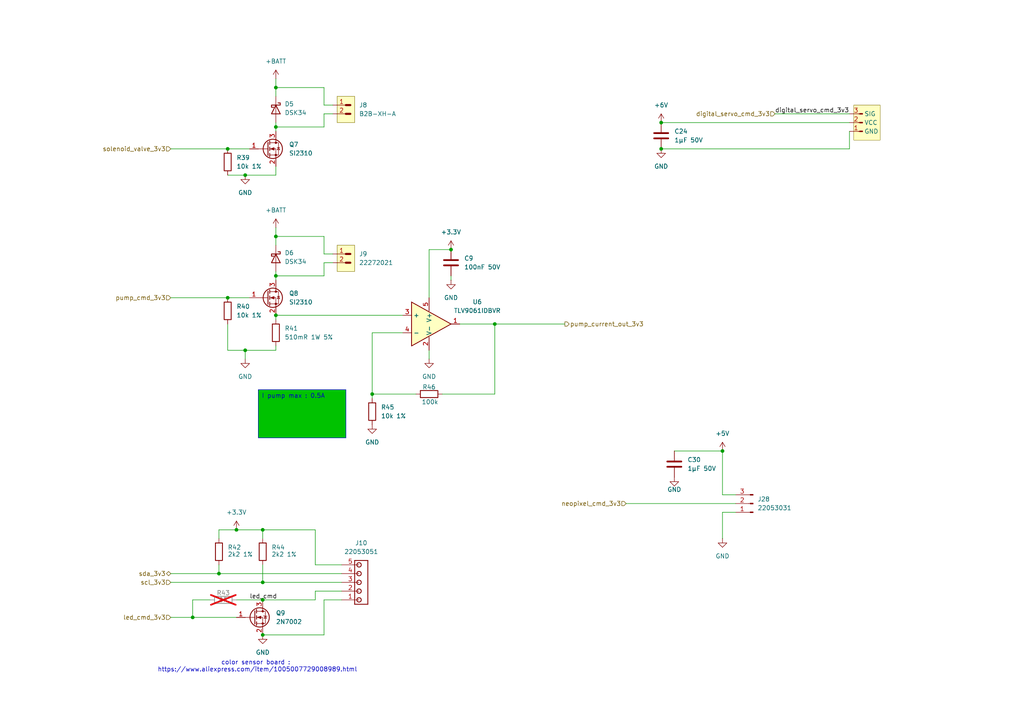
<source format=kicad_sch>
(kicad_sch (version 20250114) (generator "eeschema") (generator_version "9.0")
  (paper "A4")
  (lib_symbols
    (symbol "cocotter_capacitors:C_100nF_50V_0603" (pin_numbers (hide yes)) (pin_names (offset 0.254))
      (property "Reference" "C" (at 0.635 2.54 0))
      (property "Value" "100nF 50V" (at 0.635 -2.54 0))
      (symbol "C_100nF_50V_0603_0_1"
        (polyline (pts (xy -2.032 0.762) (xy 2.032 0.762)) (stroke (width 0.508)))
        (polyline (pts (xy -2.032 -0.762) (xy 2.032 -0.762)) (stroke (width 0.508)))
      )
      (symbol "C_100nF_50V_0603_1_1"
        (pin passive line (at 0 3.81 270) (length 2.794) (name "~") (number "1"))
        (pin passive line (at 0 -3.81 90) (length 2.794) (name "~") (number "2"))
      )
    )
    (symbol "cocotter_capacitors:C_1µF_50V_0805" (pin_numbers (hide yes)) (pin_names (offset 0.254))
      (property "Reference" "C" (at 0.635 2.54 0))
      (property "Value" "1µF 50V" (at 0.635 -2.54 0))
      (symbol "C_1µF_50V_0805_0_1"
        (polyline (pts (xy -2.032 0.762) (xy 2.032 0.762)) (stroke (width 0.508)))
        (polyline (pts (xy -2.032 -0.762) (xy 2.032 -0.762)) (stroke (width 0.508)))
      )
      (symbol "C_1µF_50V_0805_1_1"
        (pin passive line (at 0 3.81 270) (length 2.794) (name "~") (number "1"))
        (pin passive line (at 0 -3.81 90) (length 2.794) (name "~") (number "2"))
      )
    )
    (symbol "cocotter_connectors:22053031"
      (property "Reference" "J" (at -0.254 -4.572 0))
      (property "Value" "22053031" (at 0 0 0))
      (symbol "22053031_1_1"
        (rectangle (start -1.6764 2.667) (end -2.54 2.413) (stroke (width 0.1524)) (fill (type outline)))
        (rectangle (start -1.6764 0.127) (end -2.54 -0.127) (stroke (width 0.1524)) (fill (type outline)))
        (rectangle (start -1.6764 -2.413) (end -2.54 -2.667) (stroke (width 0.1524)) (fill (type outline)))
        (polyline (pts (xy -1.27 2.54) (xy -1.6764 2.54)) (stroke (width 0.1524)))
        (polyline (pts (xy -1.27 0) (xy -1.6764 0)) (stroke (width 0.1524)))
        (polyline (pts (xy -1.27 -2.54) (xy -1.6764 -2.54)) (stroke (width 0.1524)))
        (pin passive line (at 2.54 2.54 180) (length 3.81) (name "1") (number "1"))
        (pin passive line (at 2.54 0 180) (length 3.81) (name "2") (number "2"))
        (pin passive line (at 2.54 -2.54 180) (length 3.81) (name "3") (number "3"))
      )
    )
    (symbol "cocotter_connectors:22053051"
      (property "Reference" "J" (at -6.604 7.366 0))
      (property "Value" "22053051" (at -2.794 -7.62 0))
      (symbol "22053051_1_0"
        (polyline (pts (xy -7.62 6.35) (xy -7.62 -6.35)) (stroke (width 0.254)))
        (polyline (pts (xy -7.62 6.35) (xy -3.81 6.35)) (stroke (width 0.254)))
        (circle (center -5.08 5.08) (radius 0.635) (stroke (width 0.254)))
        (circle (center -5.08 2.54) (radius 0.635) (stroke (width 0.254)))
        (circle (center -5.08 0) (radius 0.635) (stroke (width 0.254)))
        (circle (center -5.08 -2.54) (radius 0.635) (stroke (width 0.254)))
        (circle (center -5.08 -5.08) (radius 0.635) (stroke (width 0.254)))
        (polyline (pts (xy -3.81 -6.35) (xy -7.62 -6.35)) (stroke (width 0.254)))
        (polyline (pts (xy -3.81 -6.35) (xy -3.81 6.35)) (stroke (width 0.254)))
        (pin passive line (at 0 5.08 180) (length 5.08) (name "5") (number "5"))
        (pin passive line (at 0 2.54 180) (length 5.08) (name "4") (number "4"))
        (pin passive line (at 0 0 180) (length 5.08) (name "3") (number "3"))
        (pin passive line (at 0 -2.54 180) (length 5.08) (name "2") (number "2"))
        (pin passive line (at 0 -5.08 180) (length 5.08) (name "1") (number "1"))
      )
    )
    (symbol "cocotter_connectors:22272021"
      (property "Reference" "J" (at -5.842 3.556 0))
      (property "Value" "22272021" (at -5.588 -6.35 0))
      (symbol "22272021_1_0"
        (polyline (pts (xy -5.08 0) (xy -3.81 0)) (stroke (width 0.6096)))
        (polyline (pts (xy -5.08 -2.54) (xy -3.81 -2.54)) (stroke (width 0.6096)))
      )
      (symbol "22272021_1_1"
        (rectangle (start -6.35 2.54) (end -1.27 -5.08) (stroke (width 0) (color 149 135 39 1)) (fill (type background)))
        (pin unspecified line (at 0 0 180) (length 5.08) (name "2") (number "2"))
        (pin unspecified line (at 0 -2.54 180) (length 5.08) (name "1") (number "1"))
      )
    )
    (symbol "cocotter_connectors:B2B-XH-A"
      (property "Reference" "J" (at -5.842 3.556 0))
      (property "Value" "B2B-XH-A" (at -5.588 -6.35 0))
      (symbol "B2B-XH-A_1_0"
        (polyline (pts (xy -5.08 0) (xy -3.81 0)) (stroke (width 0.6096)))
        (polyline (pts (xy -5.08 -2.54) (xy -3.81 -2.54)) (stroke (width 0.6096)))
      )
      (symbol "B2B-XH-A_1_1"
        (rectangle (start -6.35 2.54) (end -1.27 -5.08) (stroke (width 0) (color 149 135 39 1)) (fill (type background)))
        (pin unspecified line (at 0 0 180) (length 5.08) (name "2") (number "2"))
        (pin unspecified line (at 0 -2.54 180) (length 5.08) (name "1") (number "1"))
      )
    )
    (symbol "cocotter_connectors:feetech_servo-V"
      (symbol "feetech_servo-V_1_1"
        (rectangle (start -8.89 5.08) (end -1.27 -5.08) (stroke (width 0) (color 149 135 39 1)) (fill (type background)))
        (rectangle (start -2.9464 2.667) (end -3.81 2.413) (stroke (width 0.1524)) (fill (type outline)))
        (rectangle (start -2.9464 0.127) (end -3.81 -0.127) (stroke (width 0.1524)) (fill (type outline)))
        (rectangle (start -2.9464 -2.413) (end -3.81 -2.667) (stroke (width 0.1524)) (fill (type outline)))
        (polyline (pts (xy -2.54 2.54) (xy -2.9464 2.54)) (stroke (width 0.1524)))
        (polyline (pts (xy -2.54 0) (xy -2.9464 0)) (stroke (width 0.1524)))
        (polyline (pts (xy -2.54 -2.54) (xy -2.9464 -2.54)) (stroke (width 0.1524)))
        (pin passive line (at 0 2.54 180) (length 3.81) (name "GND") (number "1"))
        (pin passive line (at 0 0 180) (length 3.81) (name "VCC") (number "2"))
        (pin passive line (at 0 -2.54 180) (length 3.81) (name "SIG") (number "3"))
      )
    )
    (symbol "cocotter_diodes:DSK34" (pin_numbers (hide yes)) (pin_names (offset 1.016) (hide yes))
      (property "Reference" "D" (at 0 2.54 0))
      (property "Value" "DSK34" (at 0 -2.54 0))
      (symbol "DSK34_0_1"
        (polyline (pts (xy -1.905 0.635) (xy -1.905 1.27) (xy -1.27 1.27) (xy -1.27 -1.27) (xy -0.635 -1.27) (xy -0.635 -0.635)) (stroke (width 0.254)))
        (polyline (pts (xy 1.27 1.27) (xy 1.27 -1.27) (xy -1.27 0) (xy 1.27 1.27)) (stroke (width 0.254)))
        (polyline (pts (xy 1.27 0) (xy -1.27 0)))
      )
      (symbol "DSK34_1_1"
        (pin passive line (at -3.81 0 0) (length 2.54) (name "K") (number "1"))
        (pin passive line (at 3.81 0 180) (length 2.54) (name "A") (number "2"))
      )
    )
    (symbol "cocotter_ic:TLV9061IDBVR"
      (property "Reference" "U" (at 2.54 3.81 0))
      (property "Value" "TLV9061IDBVR" (at 7.62 -3.81 0))
      (symbol "TLV9061IDBVR_0_1"
        (polyline (pts (xy -5.08 6.35) (xy 6.35 0) (xy -5.08 -6.35) (xy -5.08 6.35)) (stroke (width 0.254)) (fill (type background)))
      )
      (symbol "TLV9061IDBVR_1_1"
        (pin input line (at -7.62 2.54 0) (length 2.54) (name "+") (number "3"))
        (pin input line (at -7.62 -2.54 0) (length 2.54) (name "-") (number "4"))
        (pin power_in line (at 0 7.62 270) (length 3.81) (name "V+") (number "5"))
        (pin power_in line (at 0 -7.62 90) (length 3.81) (name "V-") (number "2"))
        (pin output line (at 8.89 0 180) (length 2.54) (name "~") (number "1"))
      )
    )
    (symbol "cocotter_resistors:R_0.51R_1W_2512_5%" (pin_numbers (hide yes)) (pin_names (offset 0))
      (property "Reference" "R" (at 1.27 1.27 0))
      (property "Value" "510mR 1W 5%" (at 8.382 -1.27 0))
      (symbol "R_0.51R_1W_2512_5%_0_1"
        (rectangle (start -1.016 -2.54) (end 1.016 2.54) (stroke (width 0.254)))
      )
      (symbol "R_0.51R_1W_2512_5%_1_1"
        (pin passive line (at 0 3.81 270) (length 1.27) (name "~") (number "1"))
        (pin passive line (at 0 -3.81 90) (length 1.27) (name "~") (number "2"))
      )
    )
    (symbol "cocotter_resistors:R_0R_0603" (pin_numbers (hide yes)) (pin_names (offset 0))
      (property "Reference" "R" (at 1.27 1.27 0))
      (property "Value" "0R" (at 3.81 -1.27 0))
      (symbol "R_0R_0603_0_1"
        (rectangle (start -1.016 -2.54) (end 1.016 2.54) (stroke (width 0.254)))
      )
      (symbol "R_0R_0603_1_1"
        (pin passive line (at 0 3.81 270) (length 1.27) (name "~") (number "1"))
        (pin passive line (at 0 -3.81 90) (length 1.27) (name "~") (number "2"))
      )
    )
    (symbol "cocotter_resistors:R_100k_0603_1%" (pin_numbers (hide yes)) (pin_names (offset 0))
      (property "Reference" "R" (at 1.27 1.27 0))
      (property "Value" "100k" (at 3.81 -1.27 0))
      (symbol "R_100k_0603_1%_0_1"
        (rectangle (start -1.016 -2.54) (end 1.016 2.54) (stroke (width 0.254)))
      )
      (symbol "R_100k_0603_1%_1_1"
        (pin passive line (at 0 3.81 270) (length 1.27) (name "~") (number "1"))
        (pin passive line (at 0 -3.81 90) (length 1.27) (name "~") (number "2"))
      )
    )
    (symbol "cocotter_resistors:R_10k_0603_1%" (pin_numbers (hide yes)) (pin_names (offset 0))
      (property "Reference" "R" (at 1.27 1.27 0))
      (property "Value" "10k 1%" (at 3.81 -1.27 0))
      (symbol "R_10k_0603_1%_0_1"
        (rectangle (start -1.016 -2.54) (end 1.016 2.54) (stroke (width 0.254)))
      )
      (symbol "R_10k_0603_1%_1_1"
        (pin passive line (at 0 3.81 270) (length 1.27) (name "~") (number "1"))
        (pin passive line (at 0 -3.81 90) (length 1.27) (name "~") (number "2"))
      )
    )
    (symbol "cocotter_resistors:R_2k2_0603_1%" (pin_numbers (hide yes)) (pin_names (offset 0))
      (property "Reference" "R" (at 1.27 1.27 0))
      (property "Value" "2k2 1%" (at 3.81 -1.27 0))
      (symbol "R_2k2_0603_1%_0_1"
        (rectangle (start -1.016 -2.54) (end 1.016 2.54) (stroke (width 0.254)))
      )
      (symbol "R_2k2_0603_1%_1_1"
        (pin passive line (at 0 3.81 270) (length 1.27) (name "~") (number "1"))
        (pin passive line (at 0 -3.81 90) (length 1.27) (name "~") (number "2"))
      )
    )
    (symbol "cocotter_transistors:2N7002" (pin_names (hide yes))
      (property "Reference" "Q" (at 5.08 1.905 0))
      (property "Value" "2N7002" (at 5.08 0 0))
      (symbol "2N7002_0_1"
        (polyline (pts (xy 0.254 1.905) (xy 0.254 -1.905)) (stroke (width 0.254)))
        (polyline (pts (xy 0.254 0) (xy -2.54 0)))
        (polyline (pts (xy 0.762 2.286) (xy 0.762 1.27)) (stroke (width 0.254)))
        (polyline (pts (xy 0.762 0.508) (xy 0.762 -0.508)) (stroke (width 0.254)))
        (polyline (pts (xy 0.762 -1.27) (xy 0.762 -2.286)) (stroke (width 0.254)))
        (polyline (pts (xy 0.762 -1.778) (xy 3.302 -1.778) (xy 3.302 1.778) (xy 0.762 1.778)))
        (polyline (pts (xy 1.016 0) (xy 2.032 0.381) (xy 2.032 -0.381) (xy 1.016 0)) (fill (type outline)))
        (circle (center 1.651 0) (radius 2.794) (stroke (width 0.254)))
        (polyline (pts (xy 2.54 2.54) (xy 2.54 1.778)))
        (circle (center 2.54 1.778) (radius 0.254) (fill (type outline)))
        (circle (center 2.54 -1.778) (radius 0.254) (fill (type outline)))
        (polyline (pts (xy 2.54 -2.54) (xy 2.54 0) (xy 0.762 0)))
        (polyline (pts (xy 2.794 0.508) (xy 2.921 0.381) (xy 3.683 0.381) (xy 3.81 0.254)))
        (polyline (pts (xy 3.302 0.381) (xy 2.921 -0.254) (xy 3.683 -0.254) (xy 3.302 0.381)))
      )
      (symbol "2N7002_1_1"
        (pin input line (at -5.08 0 0) (length 2.54) (name "G") (number "1"))
        (pin passive line (at 2.54 5.08 270) (length 2.54) (name "D") (number "3"))
        (pin passive line (at 2.54 -5.08 90) (length 2.54) (name "S") (number "2"))
      )
    )
    (symbol "cocotter_transistors:SI2310" (pin_names (offset 0) (hide yes))
      (property "Reference" "Q" (at 3.556 2.286 0))
      (property "Value" "SI2310" (at 4.572 -4.064 0))
      (symbol "SI2310_0_1"
        (polyline (pts (xy -2.286 1.905) (xy -2.286 -1.905)) (stroke (width 0.254)))
        (polyline (pts (xy -2.286 0) (xy -5.08 0)))
        (polyline (pts (xy -1.778 2.286) (xy -1.778 1.27)) (stroke (width 0.254)))
        (polyline (pts (xy -1.778 0.508) (xy -1.778 -0.508)) (stroke (width 0.254)))
        (polyline (pts (xy -1.778 -1.27) (xy -1.778 -2.286)) (stroke (width 0.254)))
        (polyline (pts (xy -1.778 -1.778) (xy 0.762 -1.778) (xy 0.762 1.778) (xy -1.778 1.778)))
        (polyline (pts (xy -1.524 0) (xy -0.508 0.381) (xy -0.508 -0.381) (xy -1.524 0)) (fill (type outline)))
        (circle (center -0.889 0) (radius 2.794) (stroke (width 0.254)))
        (polyline (pts (xy 0 2.54) (xy 0 1.778)))
        (circle (center 0 1.778) (radius 0.254) (fill (type outline)))
        (circle (center 0 -1.778) (radius 0.254) (fill (type outline)))
        (polyline (pts (xy 0 -2.54) (xy 0 0) (xy -1.778 0)))
        (polyline (pts (xy 0.381 0.381) (xy 1.143 0.381)))
        (polyline (pts (xy 0.762 0.381) (xy 0.381 -0.254) (xy 1.143 -0.254) (xy 0.762 0.381)))
      )
      (symbol "SI2310_1_1"
        (pin input line (at -7.62 0 0) (length 2.54) (name "G") (number "1"))
        (pin passive line (at 0 5.08 270) (length 2.54) (name "D") (number "3"))
        (pin passive line (at 0 -5.08 90) (length 2.54) (name "S") (number "2"))
      )
    )
    (symbol "power:+3.3V" (power) (pin_numbers (hide yes)) (pin_names (offset 0) (hide yes))
      (property "Value" "+3.3V" (at 0 3.556 0))
      (symbol "+3.3V_0_1"
        (polyline (pts (xy -0.762 1.27) (xy 0 2.54)))
        (polyline (pts (xy 0 2.54) (xy 0.762 1.27)))
        (polyline (pts (xy 0 0) (xy 0 2.54)))
      )
      (symbol "+3.3V_1_1"
        (pin power_in line (at 0 0 90) (length 0) (name "~") (number "1"))
      )
    )
    (symbol "power:+5V" (power) (pin_numbers (hide yes)) (pin_names (offset 0) (hide yes))
      (property "Value" "+5V" (at 0 3.556 0))
      (symbol "+5V_0_1"
        (polyline (pts (xy -0.762 1.27) (xy 0 2.54)))
        (polyline (pts (xy 0 2.54) (xy 0.762 1.27)))
        (polyline (pts (xy 0 0) (xy 0 2.54)))
      )
      (symbol "+5V_1_1"
        (pin power_in line (at 0 0 90) (length 0) (name "~") (number "1"))
      )
    )
    (symbol "power:+6V" (power) (pin_numbers (hide yes)) (pin_names (offset 0) (hide yes))
      (property "Value" "+6V" (at 0 3.556 0))
      (symbol "+6V_0_1"
        (polyline (pts (xy -0.762 1.27) (xy 0 2.54)))
        (polyline (pts (xy 0 2.54) (xy 0.762 1.27)))
        (polyline (pts (xy 0 0) (xy 0 2.54)))
      )
      (symbol "+6V_1_1"
        (pin power_in line (at 0 0 90) (length 0) (name "~") (number "1"))
      )
    )
    (symbol "power:+BATT" (power) (pin_numbers (hide yes)) (pin_names (offset 0) (hide yes))
      (property "Value" "+BATT" (at 0 3.556 0))
      (symbol "+BATT_0_1"
        (polyline (pts (xy -0.762 1.27) (xy 0 2.54)))
        (polyline (pts (xy 0 2.54) (xy 0.762 1.27)))
        (polyline (pts (xy 0 0) (xy 0 2.54)))
      )
      (symbol "+BATT_1_1"
        (pin power_in line (at 0 0 90) (length 0) (name "~") (number "1"))
      )
    )
    (symbol "power:GND" (power) (pin_numbers (hide yes)) (pin_names (offset 0) (hide yes))
      (property "Value" "GND" (at 0 -3.81 0))
      (symbol "GND_0_1"
        (polyline (pts (xy 0 0) (xy 0 -1.27) (xy 1.27 -1.27) (xy 0 -2.54) (xy -1.27 -1.27) (xy 0 -1.27)))
      )
      (symbol "GND_1_1"
        (pin power_in line (at 0 0 270) (length 0) (name "~") (number "1"))
      )
    )
  )
  (text "color sensor board : \nhttps://www.aliexpress.com/item/1005007729008989.html" (at 74.676 193.294 0) (effects (font (size 1.27 1.27))))
  (text_box "I pump max : 0.5A" (at 74.93 113.03 0) (size 25.4 13.97) (margins 0.9525 0.9525 0.9525 0.9525) (fill (type color) (color 0 194 0 1)) (effects (font (size 1.27 1.27)) (justify left top)))
  (junction (at 76.2 184.15))
  (junction (at 107.95 114.3))
  (junction (at 71.12 101.6))
  (junction (at 55.88 179.07))
  (junction (at 130.81 72.39))
  (junction (at 191.77 35.56))
  (junction (at 80.01 80.01))
  (junction (at 209.55 130.81))
  (junction (at 71.12 50.8))
  (junction (at 76.2 153.67))
  (junction (at 68.58 153.67))
  (junction (at 63.5 166.37))
  (junction (at 80.01 25.4))
  (junction (at 191.77 43.18))
  (junction (at 76.2 168.91))
  (junction (at 66.04 43.18))
  (junction (at 76.2 173.99))
  (junction (at 80.01 36.83))
  (junction (at 80.01 91.44))
  (junction (at 66.04 86.36))
  (junction (at 143.51 93.98))
  (junction (at 80.01 68.58))
  (wire (pts (xy 80.01 36.83) (xy 80.01 38.1)))
  (wire (pts (xy 66.04 101.6) (xy 71.12 101.6)))
  (wire (pts (xy 49.53 166.37) (xy 63.5 166.37)))
  (wire (pts (xy 63.5 163.83) (xy 63.5 166.37)))
  (wire (pts (xy 107.95 114.3) (xy 120.65 114.3)))
  (wire (pts (xy 66.04 101.6) (xy 66.04 93.98)))
  (wire (pts (xy 76.2 184.15) (xy 93.98 184.15)))
  (wire (pts (xy 96.52 33.02) (xy 93.98 33.02)))
  (wire (pts (xy 68.58 153.67) (xy 76.2 153.67)))
  (wire (pts (xy 93.98 173.99) (xy 93.98 184.15)))
  (wire (pts (xy 66.04 43.18) (xy 72.39 43.18)))
  (wire (pts (xy 224.79 33.02) (xy 246.38 33.02)))
  (wire (pts (xy 124.46 86.36) (xy 124.46 72.39)))
  (wire (pts (xy 49.53 179.07) (xy 55.88 179.07)))
  (wire (pts (xy 55.88 179.07) (xy 68.58 179.07)))
  (wire (pts (xy 49.53 168.91) (xy 76.2 168.91)))
  (wire (pts (xy 191.77 35.56) (xy 246.38 35.56)))
  (wire (pts (xy 143.51 93.98) (xy 163.83 93.98)))
  (wire (pts (xy 107.95 114.3) (xy 107.95 115.57)))
  (wire (pts (xy 191.77 43.18) (xy 246.38 43.18)))
  (wire (pts (xy 91.44 153.67) (xy 91.44 163.83)))
  (wire (pts (xy 80.01 78.74) (xy 80.01 80.01)))
  (wire (pts (xy 96.52 73.66) (xy 93.98 73.66)))
  (wire (pts (xy 91.44 171.45) (xy 91.44 173.99)))
  (wire (pts (xy 93.98 25.4) (xy 93.98 30.48)))
  (wire (pts (xy 80.01 68.58) (xy 93.98 68.58)))
  (wire (pts (xy 124.46 72.39) (xy 130.81 72.39)))
  (wire (pts (xy 80.01 68.58) (xy 80.01 71.12)))
  (wire (pts (xy 99.06 173.99) (xy 93.98 173.99)))
  (wire (pts (xy 49.53 86.36) (xy 66.04 86.36)))
  (wire (pts (xy 93.98 76.2) (xy 93.98 80.01)))
  (wire (pts (xy 209.55 130.81) (xy 209.55 143.51)))
  (wire (pts (xy 91.44 163.83) (xy 99.06 163.83)))
  (wire (pts (xy 80.01 48.26) (xy 80.01 50.8)))
  (wire (pts (xy 209.55 148.59) (xy 213.36 148.59)))
  (wire (pts (xy 80.01 91.44) (xy 116.84 91.44)))
  (wire (pts (xy 80.01 35.56) (xy 80.01 36.83)))
  (wire (pts (xy 68.58 173.99) (xy 76.2 173.99)))
  (wire (pts (xy 80.01 100.33) (xy 80.01 101.6)))
  (wire (pts (xy 76.2 153.67) (xy 91.44 153.67)))
  (wire (pts (xy 209.55 148.59) (xy 209.55 156.21)))
  (wire (pts (xy 49.53 43.18) (xy 66.04 43.18)))
  (wire (pts (xy 209.55 143.51) (xy 213.36 143.51)))
  (wire (pts (xy 80.01 80.01) (xy 80.01 81.28)))
  (wire (pts (xy 80.01 22.86) (xy 80.01 25.4)))
  (wire (pts (xy 71.12 104.14) (xy 71.12 101.6)))
  (wire (pts (xy 80.01 80.01) (xy 93.98 80.01)))
  (wire (pts (xy 116.84 96.52) (xy 107.95 96.52)))
  (wire (pts (xy 63.5 153.67) (xy 63.5 156.21)))
  (wire (pts (xy 76.2 153.67) (xy 76.2 156.21)))
  (wire (pts (xy 63.5 166.37) (xy 99.06 166.37)))
  (wire (pts (xy 55.88 173.99) (xy 55.88 179.07)))
  (wire (pts (xy 96.52 76.2) (xy 93.98 76.2)))
  (wire (pts (xy 80.01 25.4) (xy 80.01 27.94)))
  (wire (pts (xy 76.2 168.91) (xy 99.06 168.91)))
  (wire (pts (xy 63.5 153.67) (xy 68.58 153.67)))
  (wire (pts (xy 133.35 93.98) (xy 143.51 93.98)))
  (wire (pts (xy 66.04 50.8) (xy 71.12 50.8)))
  (wire (pts (xy 143.51 114.3) (xy 143.51 93.98)))
  (wire (pts (xy 96.52 30.48) (xy 93.98 30.48)))
  (wire (pts (xy 71.12 50.8) (xy 80.01 50.8)))
  (wire (pts (xy 60.96 173.99) (xy 55.88 173.99)))
  (wire (pts (xy 71.12 101.6) (xy 80.01 101.6)))
  (wire (pts (xy 195.58 130.81) (xy 209.55 130.81)))
  (wire (pts (xy 130.81 80.01) (xy 130.81 81.28)))
  (wire (pts (xy 93.98 68.58) (xy 93.98 73.66)))
  (wire (pts (xy 80.01 66.04) (xy 80.01 68.58)))
  (wire (pts (xy 93.98 33.02) (xy 93.98 36.83)))
  (wire (pts (xy 181.61 146.05) (xy 213.36 146.05)))
  (wire (pts (xy 80.01 25.4) (xy 93.98 25.4)))
  (wire (pts (xy 246.38 43.18) (xy 246.38 38.1)))
  (wire (pts (xy 128.27 114.3) (xy 143.51 114.3)))
  (wire (pts (xy 99.06 171.45) (xy 91.44 171.45)))
  (wire (pts (xy 124.46 104.14) (xy 124.46 101.6)))
  (wire (pts (xy 80.01 36.83) (xy 93.98 36.83)))
  (wire (pts (xy 80.01 91.44) (xy 80.01 92.71)))
  (wire (pts (xy 76.2 163.83) (xy 76.2 168.91)))
  (wire (pts (xy 76.2 173.99) (xy 91.44 173.99)))
  (wire (pts (xy 107.95 96.52) (xy 107.95 114.3)))
  (wire (pts (xy 66.04 86.36) (xy 72.39 86.36)))
  (label "digital_servo_cmd_3v3" (at 224.79 33.02 0))
  (label "led_cmd" (at 72.39 173.99 0))
  (hierarchical_label "neopixel_cmd_3v3" (shape input) (at 181.61 146.05 180))
  (hierarchical_label "scl_3v3" (shape input) (at 49.53 168.91 180))
  (hierarchical_label "pump_current_out_3v3" (shape output) (at 163.83 93.98 0))
  (hierarchical_label "pump_cmd_3v3" (shape input) (at 49.53 86.36 180))
  (hierarchical_label "led_cmd_3v3" (shape input) (at 49.53 179.07 180))
  (hierarchical_label "sda_3v3" (shape bidirectional) (at 49.53 166.37 180))
  (hierarchical_label "solenoid_valve_3v3" (shape input) (at 49.53 43.18 180))
  (hierarchical_label "digital_servo_cmd_3v3" (shape input) (at 224.79 33.02 180))
  (symbol (lib_id "cocotter_resistors:R_10k_0603_1%") (at 66.04 90.17 0) (unit 1)
    (property "Reference" "R24" (at 68.58 88.8999 0) (effects (justify left)))
    (property "Value" "10k 1%" (at 68.58 91.4399 0) (effects (justify left)))
    (property "Footprint" "cocotter_resistor:r0603_reflow" (effects (hide yes)))
    (property "Description" "Resistor" (effects (hide yes)))
    (property "Specification" "10k 0603 1% 100mW" (effects (hide yes)))
    (property "mouser" "603-RC0603FR-10100KL" (effects (hide yes)))
    (property "JLCPCB Part #" "C25804" (effects (hide yes)))
    (instances (project "meca_extension_2026" (path "" (reference "R40") (unit 1)) (path "" (reference "R32") (unit 1)) (path "" (reference "R48") (unit 1)) (path "" (reference "R24") (unit 1))))
  )
  (symbol (lib_id "cocotter_ic:TLV9061IDBVR") (at 124.46 93.98 0) (unit 1)
    (property "Reference" "U4" (at 138.43 87.5598 0))
    (property "Value" "TLV9061IDBVR" (at 138.43 90.0998 0))
    (property "Footprint" "cocotter_ic:SOT-23-5" (effects (hide yes)))
    (property "Description" "10-MHz, RRIO, CMOS Operational Amplifiers for Cost-Sensitive Systems" (effects (hide yes)))
    (property "JLCPCB Part #" "C398358" (effects (hide yes)))
    (instances (project "meca_extension_2026" (path "" (reference "U6") (unit 1)) (path "" (reference "U5") (unit 1)) (path "" (reference "U7") (unit 1)) (path "" (reference "U4") (unit 1))))
  )
  (symbol (lib_id "cocotter_connectors:B2B-XH-A") (at 96.52 33.02 180) (unit 1)
    (property "Reference" "J2" (at 104.14 30.4799 0) (effects (justify right)))
    (property "Value" "B2B-XH-A" (at 104.14 33.0199 0) (effects (justify right)))
    (property "Footprint" "cocotter_connectors:B2B-XH-A" (effects (hide yes)))
    (property "Datasheet" "https://www.jst.fr/core/file.get?path=doc/jst/family/pdf/exh0125.pdf" (effects (hide yes)))
    (property "Description" "JST XH 2 voies vertical" (effects (hide yes)))
    (property "JLCPCB Part #" "C293316" (effects (hide yes)))
    (instances (project "" (path "" (reference "J8") (unit 1)) (path "" (reference "J5") (unit 1)) (path "" (reference "J11") (unit 1)) (path "" (reference "J2") (unit 1))))
  )
  (symbol (lib_id "power:+3.3V") (at 130.81 72.39 0) (unit 1)
    (property "Reference" "#PWR035" (effects (hide yes)))
    (property "Value" "+3.3V" (at 130.81 67.31 0))
    (property "Description" "Power symbol creates a global label with name \"+3.3V\"" (effects (hide yes)))
    (instances (project "meca_extension_2026" (path "" (reference "#PWR055") (unit 1)) (path "" (reference "#PWR045") (unit 1)) (path "" (reference "#PWR065") (unit 1)) (path "" (reference "#PWR035") (unit 1))))
  )
  (symbol (lib_id "cocotter_resistors:R_0R_0603") (at 64.77 173.99 90) (unit 1) (dnp yes)
    (property "Reference" "R27" (at 64.77 171.958 90))
    (property "Value" "0R" (at 64.77 173.99 90))
    (property "Footprint" "cocotter_resistor:r0603_reflow" (effects (hide yes)))
    (property "Description" "Resistor" (effects (hide yes)))
    (property "Specification" "0R 0603 20mOhms max 100mW" (effects (hide yes)))
    (property "JLCPCB Part #" "C431718" (effects (hide yes)))
    (instances (project "meca_extension_2026" (path "" (reference "R43") (unit 1)) (path "" (reference "R35") (unit 1)) (path "" (reference "R51") (unit 1)) (path "" (reference "R27") (unit 1))))
  )
  (symbol (lib_id "power:GND") (at 76.2 184.15 0) (unit 1)
    (property "Reference" "#PWR032" (effects (hide yes)))
    (property "Value" "GND" (at 76.2 189.23 0))
    (property "Description" "Power symbol creates a global label with name \"GND\" , ground" (effects (hide yes)))
    (instances (project "meca_extension_2026" (path "" (reference "#PWR052") (unit 1)) (path "" (reference "#PWR042") (unit 1)) (path "" (reference "#PWR062") (unit 1)) (path "" (reference "#PWR032") (unit 1))))
  )
  (symbol (lib_id "power:+3.3V") (at 68.58 153.67 0) (unit 1)
    (property "Reference" "#PWR031" (effects (hide yes)))
    (property "Value" "+3.3V" (at 68.58 148.59 0))
    (property "Description" "Power symbol creates a global label with name \"+3.3V\"" (effects (hide yes)))
    (instances (project "meca_extension_2026" (path "" (reference "#PWR051") (unit 1)) (path "" (reference "#PWR041") (unit 1)) (path "" (reference "#PWR061") (unit 1)) (path "" (reference "#PWR031") (unit 1))))
  )
  (symbol (lib_id "cocotter_resistors:R_10k_0603_1%") (at 66.04 46.99 0) (unit 1)
    (property "Reference" "R23" (at 68.58 45.7199 0) (effects (justify left)))
    (property "Value" "10k 1%" (at 68.58 48.2599 0) (effects (justify left)))
    (property "Footprint" "cocotter_resistor:r0603_reflow" (effects (hide yes)))
    (property "Description" "Resistor" (effects (hide yes)))
    (property "Specification" "10k 0603 1% 100mW" (effects (hide yes)))
    (property "mouser" "603-RC0603FR-10100KL" (effects (hide yes)))
    (property "JLCPCB Part #" "C25804" (effects (hide yes)))
    (instances (project "meca_extension_2026" (path "" (reference "R39") (unit 1)) (path "" (reference "R31") (unit 1)) (path "" (reference "R47") (unit 1)) (path "" (reference "R23") (unit 1))))
  )
  (symbol (lib_id "cocotter_diodes:DSK34") (at 80.01 74.93 270) (unit 1)
    (property "Reference" "D2" (at 82.55 73.3424 90) (effects (justify left)))
    (property "Value" "DSK34" (at 82.55 75.8824 90) (effects (justify left)))
    (property "Footprint" "cocotter_diodes:D_SOD-123" (effects (hide yes)))
    (property "Datasheet" "https://lcsc.com/datasheet/lcsc_datasheet_2410122011_TWGMC-DSK34_C727076.pdf" (effects (hide yes)))
    (property "Description" "40V 500mV@3A 3A SOD-123 Schottky Barrier Diodes" (effects (hide yes)))
    (property "JLCPCB Part #" "C727076" (effects (hide yes)))
    (instances (project "meca_extension_2026" (path "" (reference "D6") (unit 1)) (path "" (reference "D4") (unit 1)) (path "" (reference "D8") (unit 1)) (path "" (reference "D2") (unit 1))))
  )
  (symbol (lib_id "cocotter_resistors:R_10k_0603_1%") (at 107.95 119.38 0) (unit 1)
    (property "Reference" "R29" (at 110.49 118.1099 0) (effects (justify left)))
    (property "Value" "10k 1%" (at 110.49 120.6499 0) (effects (justify left)))
    (property "Footprint" "cocotter_resistor:r0603_reflow" (effects (hide yes)))
    (property "Description" "Resistor" (effects (hide yes)))
    (property "Specification" "10k 0603 1% 100mW" (effects (hide yes)))
    (property "mouser" "603-RC0603FR-10100KL" (effects (hide yes)))
    (property "JLCPCB Part #" "C25804" (effects (hide yes)))
    (instances (project "meca_extension_2026" (path "" (reference "R45") (unit 1)) (path "" (reference "R37") (unit 1)) (path "" (reference "R53") (unit 1)) (path "" (reference "R29") (unit 1))))
  )
  (symbol (lib_id "cocotter_resistors:R_100k_0603_1%") (at 124.46 114.3 90) (unit 1)
    (property "Reference" "R30" (at 124.46 112.268 90))
    (property "Value" "100k" (at 124.714 116.586 90))
    (property "Footprint" "cocotter_resistor:r0603_reflow" (effects (hide yes)))
    (property "Description" "Resistor" (effects (hide yes)))
    (property "Specification" "100k 0603 1% 100mW" (effects (hide yes)))
    (property "mouser" "603-RC0603FR-10100KL" (effects (hide yes)))
    (property "JLCPCB Part #" "C25803" (effects (hide yes)))
    (instances (project "meca_extension_2026" (path "" (reference "R46") (unit 1)) (path "" (reference "R38") (unit 1)) (path "" (reference "R54") (unit 1)) (path "" (reference "R30") (unit 1))))
  )
  (symbol (lib_id "power:GND") (at 71.12 50.8 0) (unit 1)
    (property "Reference" "#PWR027" (effects (hide yes)))
    (property "Value" "GND" (at 71.12 55.88 0))
    (property "Description" "Power symbol creates a global label with name \"GND\" , ground" (effects (hide yes)))
    (instances (project "meca_extension_2026" (path "" (reference "#PWR047") (unit 1)) (path "" (reference "#PWR037") (unit 1)) (path "" (reference "#PWR057") (unit 1)) (path "" (reference "#PWR027") (unit 1))))
  )
  (symbol (lib_id "cocotter_diodes:DSK34") (at 80.01 31.75 270) (unit 1)
    (property "Reference" "D1" (at 82.55 30.1624 90) (effects (justify left)))
    (property "Value" "DSK34" (at 82.55 32.7024 90) (effects (justify left)))
    (property "Footprint" "cocotter_diodes:D_SOD-123" (effects (hide yes)))
    (property "Datasheet" "https://lcsc.com/datasheet/lcsc_datasheet_2410122011_TWGMC-DSK34_C727076.pdf" (effects (hide yes)))
    (property "Description" "40V 500mV@3A 3A SOD-123 Schottky Barrier Diodes" (effects (hide yes)))
    (property "JLCPCB Part #" "C727076" (effects (hide yes)))
    (instances (project "meca_extension_2026" (path "" (reference "D5") (unit 1)) (path "" (reference "D3") (unit 1)) (path "" (reference "D7") (unit 1)) (path "" (reference "D1") (unit 1))))
  )
  (symbol (lib_id "cocotter_capacitors:C_1µF_50V_0805") (at 195.58 134.62 0) (unit 1)
    (property "Reference" "C27" (at 199.39 133.3499 0) (effects (justify left)))
    (property "Value" "1µF 50V" (at 199.39 135.8899 0) (effects (justify left)))
    (property "Footprint" "cocotter_capacitors:C_0805_2012Metric" (effects (hide yes)))
    (property "Description" "Unpolarized capacitor X7R" (effects (hide yes)))
    (property "Specification" "1µF 50V X7R 0805 " (effects (hide yes)))
    (property "JLCPCB Part #" "C28323" (effects (hide yes)))
    (instances (project "meca_extension_2026" (path "" (reference "C30") (unit 1)) (path "" (reference "C29") (unit 1)) (path "" (reference "C31") (unit 1)) (path "" (reference "C27") (unit 1))))
  )
  (symbol (lib_id "cocotter_transistors:SI2310") (at 80.01 43.18 0) (unit 1)
    (property "Reference" "Q1" (at 83.82 41.9099 0) (effects (justify left)))
    (property "Value" "SI2310" (at 83.82 44.4499 0) (effects (justify left)))
    (property "Footprint" "cocotter_transistors:SOT-23-3" (effects (hide yes)))
    (property "JLCPCB Part #" "C2938374" (effects (hide yes)))
    (instances (project "meca_extension_2026" (path "" (reference "Q7") (unit 1)) (path "" (reference "Q4") (unit 1)) (path "" (reference "Q10") (unit 1)) (path "" (reference "Q1") (unit 1))))
  )
  (symbol (lib_id "cocotter_resistors:R_2k2_0603_1%") (at 76.2 160.02 0) (unit 1)
    (property "Reference" "R28" (at 78.74 158.7499 0) (effects (justify left)))
    (property "Value" "2k2 1%" (at 78.74 160.782 0) (effects (justify left)))
    (property "Footprint" "cocotter_resistor:r0603_reflow" (effects (hide yes)))
    (property "Description" "Resistor" (effects (hide yes)))
    (property "Specification" "2k2 0603 1% 100mW" (effects (hide yes)))
    (property "mouser" "603-RC0603FR-10100KL" (effects (hide yes)))
    (property "JLCPCB Part #" "C4190" (effects (hide yes)))
    (instances (project "meca_extension_2026" (path "" (reference "R44") (unit 1)) (path "" (reference "R36") (unit 1)) (path "" (reference "R52") (unit 1)) (path "" (reference "R28") (unit 1))))
  )
  (symbol (lib_id "power:GND") (at 130.81 81.28 0) (unit 1)
    (property "Reference" "#PWR036" (effects (hide yes)))
    (property "Value" "GND" (at 130.81 86.36 0))
    (property "Description" "Power symbol creates a global label with name \"GND\" , ground" (effects (hide yes)))
    (instances (project "meca_extension_2026" (path "" (reference "#PWR056") (unit 1)) (path "" (reference "#PWR046") (unit 1)) (path "" (reference "#PWR066") (unit 1)) (path "" (reference "#PWR036") (unit 1))))
  )
  (symbol (lib_id "cocotter_capacitors:C_1µF_50V_0805") (at 191.77 39.37 0) (unit 1)
    (property "Reference" "C22" (at 195.58 38.0999 0) (effects (justify left)))
    (property "Value" "1µF 50V" (at 195.58 40.6399 0) (effects (justify left)))
    (property "Footprint" "cocotter_capacitors:C_0805_2012Metric" (effects (hide yes)))
    (property "Description" "Unpolarized capacitor X7R" (effects (hide yes)))
    (property "Specification" "1µF 50V X7R 0805 " (effects (hide yes)))
    (property "JLCPCB Part #" "C28323" (effects (hide yes)))
    (instances (project "meca_extension_2026" (path "" (reference "C24") (unit 1)) (path "" (reference "C23") (unit 1)) (path "" (reference "C25") (unit 1)) (path "" (reference "C22") (unit 1))))
  )
  (symbol (lib_id "cocotter_resistors:R_0.51R_1W_2512_5%") (at 80.01 96.52 0) (unit 1)
    (property "Reference" "R25" (at 82.55 95.2499 0) (effects (justify left)))
    (property "Value" "510mR 1W 5%" (at 82.55 97.7899 0) (effects (justify left)))
    (property "Footprint" "cocotter_resistor:r2512_reflow" (effects (hide yes)))
    (property "Description" "Resistor" (effects (hide yes)))
    (property "Specification" "0.510R 2512 5% 1W" (effects (hide yes)))
    (property "JLCPCB Part #" "C49656265" (effects (hide yes)))
    (instances (project "meca_extension_2026" (path "" (reference "R41") (unit 1)) (path "" (reference "R33") (unit 1)) (path "" (reference "R49") (unit 1)) (path "" (reference "R25") (unit 1))))
  )
  (symbol (lib_id "power:GND") (at 107.95 123.19 0) (unit 1)
    (property "Reference" "#PWR033" (effects (hide yes)))
    (property "Value" "GND" (at 107.95 128.27 0))
    (property "Description" "Power symbol creates a global label with name \"GND\" , ground" (effects (hide yes)))
    (instances (project "meca_extension_2026" (path "" (reference "#PWR053") (unit 1)) (path "" (reference "#PWR043") (unit 1)) (path "" (reference "#PWR063") (unit 1)) (path "" (reference "#PWR033") (unit 1))))
  )
  (symbol (lib_id "power:GND") (at 195.58 138.43 0) (unit 1)
    (property "Reference" "#PWR078" (effects (hide yes)))
    (property "Value" "GND" (at 195.58 141.986 0))
    (property "Description" "Power symbol creates a global label with name \"GND\" , ground" (effects (hide yes)))
    (instances (project "meca_extension_2026" (path "" (reference "#PWR085") (unit 1)) (path "" (reference "#PWR082") (unit 1)) (path "" (reference "#PWR0105") (unit 1)) (path "" (reference "#PWR078") (unit 1))))
  )
  (symbol (lib_id "cocotter_transistors:2N7002") (at 73.66 179.07 0) (unit 1)
    (property "Reference" "Q3" (at 80.01 177.7999 0) (effects (justify left)))
    (property "Value" "2N7002" (at 80.01 180.3399 0) (effects (justify left)))
    (property "Footprint" "cocotter_transistors:SOT-23-3" (effects (hide yes)))
    (property "Datasheet" "https://www.onsemi.com/pub/Collateral/NDS7002A-D.PDF" (effects (hide yes)))
    (property "Description" "0.115A Id, 60V Vds, N-Channel MOSFET, SOT-23" (effects (hide yes)))
    (property "JLCPCB Part #" "C8545" (effects (hide yes)))
    (instances (project "meca_extension_2026" (path "" (reference "Q9") (unit 1)) (path "" (reference "Q6") (unit 1)) (path "" (reference "Q12") (unit 1)) (path "" (reference "Q3") (unit 1))))
  )
  (symbol (lib_id "power:GND") (at 71.12 104.14 0) (unit 1)
    (property "Reference" "#PWR028" (effects (hide yes)))
    (property "Value" "GND" (at 71.12 109.22 0))
    (property "Description" "Power symbol creates a global label with name \"GND\" , ground" (effects (hide yes)))
    (instances (project "meca_extension_2026" (path "" (reference "#PWR048") (unit 1)) (path "" (reference "#PWR038") (unit 1)) (path "" (reference "#PWR058") (unit 1)) (path "" (reference "#PWR028") (unit 1))))
  )
  (symbol (lib_id "power:+5V") (at 209.55 130.81 0) (unit 1)
    (property "Reference" "#PWR079" (effects (hide yes)))
    (property "Value" "+5V" (at 209.55 125.73 0))
    (property "Description" "Power symbol creates a global label with name \"+5V\"" (effects (hide yes)))
    (instances (project "meca_extension_2026" (path "" (reference "#PWR086") (unit 1)) (path "" (reference "#PWR083") (unit 1)) (path "" (reference "#PWR0110") (unit 1)) (path "" (reference "#PWR079") (unit 1))))
  )
  (symbol (lib_id "cocotter_connectors:22053051") (at 99.06 168.91 0) (mirror y) (unit 1)
    (property "Reference" "J4" (at 104.775 157.48 0))
    (property "Value" "22053051" (at 104.775 160.02 0))
    (property "Footprint" "cocotter_connectors:22053051" (effects (hide yes)))
    (property "Description" "mini KK, 2.54mm pitch, 5ways, right angle" (effects (hide yes)))
    (property "JLCPCB Part #" "C586992" (effects (hide yes)))
    (instances (project "meca_extension_2026" (path "" (reference "J10") (unit 1)) (path "" (reference "J7") (unit 1)) (path "" (reference "J13") (unit 1)) (path "" (reference "J4") (unit 1))))
  )
  (symbol (lib_id "cocotter_connectors:22272021") (at 96.52 76.2 180) (unit 1)
    (property "Reference" "J3" (at 104.14 73.6599 0) (effects (justify right)))
    (property "Value" "22272021" (at 104.14 76.1999 0) (effects (justify right)))
    (property "Footprint" "cocotter_connectors:22272021" (effects (hide yes)))
    (property "Datasheet" "https://www.molex.com/en-us/products/part-detail/22272021" (effects (hide yes)))
    (property "Description" "mini kk 2 voies vertical" (effects (hide yes)))
    (property "JLCPCB Part #" "C293316" (effects (hide yes)))
    (instances (project "meca_extension_2026" (path "" (reference "J9") (unit 1)) (path "" (reference "J6") (unit 1)) (path "" (reference "J12") (unit 1)) (path "" (reference "J3") (unit 1))))
  )
  (symbol (lib_id "power:GND") (at 191.77 43.18 0) (unit 1)
    (property "Reference" "#PWR0100" (effects (hide yes)))
    (property "Value" "GND" (at 191.77 48.26 0))
    (property "Description" "Power symbol creates a global label with name \"GND\" , ground" (effects (hide yes)))
    (instances (project "meca_extension_2026" (path "" (reference "#PWR0102") (unit 1)) (path "" (reference "#PWR0101") (unit 1)) (path "" (reference "#PWR0103") (unit 1)) (path "" (reference "#PWR0100") (unit 1))))
  )
  (symbol (lib_id "cocotter_transistors:SI2310") (at 80.01 86.36 0) (unit 1)
    (property "Reference" "Q2" (at 83.82 85.0899 0) (effects (justify left)))
    (property "Value" "SI2310" (at 83.82 87.6299 0) (effects (justify left)))
    (property "Footprint" "cocotter_transistors:SOT-23-3" (effects (hide yes)))
    (property "JLCPCB Part #" "C2938374" (effects (hide yes)))
    (instances (project "meca_extension_2026" (path "" (reference "Q8") (unit 1)) (path "" (reference "Q5") (unit 1)) (path "" (reference "Q11") (unit 1)) (path "" (reference "Q2") (unit 1))))
  )
  (symbol (lib_id "cocotter_capacitors:C_100nF_50V_0603") (at 130.81 76.2 0) (unit 1)
    (property "Reference" "C7" (at 134.62 74.9299 0) (effects (justify left)))
    (property "Value" "100nF 50V" (at 134.62 77.4699 0) (effects (justify left)))
    (property "Footprint" "cocotter_capacitors:C_0603_1608Metric" (effects (hide yes)))
    (property "Description" "Unpolarized capacitor tol +/-10%" (effects (hide yes)))
    (property "Specification" "100nF 50V X7R 0603 " (effects (hide yes)))
    (property "JLCPCB Part #" "C14663" (effects (hide yes)))
    (instances (project "meca_extension_2026" (path "" (reference "C9") (unit 1)) (path "" (reference "C8") (unit 1)) (path "" (reference "C10") (unit 1)) (path "" (reference "C7") (unit 1))))
  )
  (symbol (lib_id "power:+BATT") (at 80.01 66.04 0) (unit 1)
    (property "Reference" "#PWR030" (effects (hide yes)))
    (property "Value" "+BATT" (at 80.01 60.96 0))
    (property "Description" "Power symbol creates a global label with name \"+BATT\"" (effects (hide yes)))
    (instances (project "meca_extension_2026" (path "" (reference "#PWR050") (unit 1)) (path "" (reference "#PWR040") (unit 1)) (path "" (reference "#PWR060") (unit 1)) (path "" (reference "#PWR030") (unit 1))))
  )
  (symbol (lib_id "power:GND") (at 124.46 104.14 0) (unit 1)
    (property "Reference" "#PWR034" (effects (hide yes)))
    (property "Value" "GND" (at 124.46 109.22 0))
    (property "Description" "Power symbol creates a global label with name \"GND\" , ground" (effects (hide yes)))
    (instances (project "meca_extension_2026" (path "" (reference "#PWR054") (unit 1)) (path "" (reference "#PWR044") (unit 1)) (path "" (reference "#PWR064") (unit 1)) (path "" (reference "#PWR034") (unit 1))))
  )
  (symbol (lib_id "cocotter_connectors:feetech_servo-V") (at 246.38 35.56 180) (unit 1)
    (property "Reference" "J17" (effects (hide yes)))
    (property "Value" "5267-3P" (effects (hide yes)))
    (property "Footprint" "cocotter_connectors:5267-3P" (effects (hide yes)))
    (property "JLC" "C49023819" (effects (hide yes)))
    (instances (project "" (path "" (reference "J19") (unit 1)) (path "" (reference "J18") (unit 1)) (path "" (reference "J20") (unit 1)) (path "" (reference "J17") (unit 1))))
  )
  (symbol (lib_id "cocotter_resistors:R_2k2_0603_1%") (at 63.5 160.02 0) (unit 1)
    (property "Reference" "R26" (at 66.04 158.7499 0) (effects (justify left)))
    (property "Value" "2k2 1%" (at 66.04 160.782 0) (effects (justify left)))
    (property "Footprint" "cocotter_resistor:r0603_reflow" (effects (hide yes)))
    (property "Description" "Resistor" (effects (hide yes)))
    (property "Specification" "2k2 0603 1% 100mW" (effects (hide yes)))
    (property "mouser" "603-RC0603FR-10100KL" (effects (hide yes)))
    (property "JLCPCB Part #" "C4190" (effects (hide yes)))
    (instances (project "meca_extension_2026" (path "" (reference "R42") (unit 1)) (path "" (reference "R34") (unit 1)) (path "" (reference "R50") (unit 1)) (path "" (reference "R26") (unit 1))))
  )
  (symbol (lib_id "power:+6V") (at 191.77 35.56 0) (unit 1)
    (property "Reference" "#PWR0106" (effects (hide yes)))
    (property "Value" "+6V" (at 191.77 30.48 0))
    (property "Description" "Power symbol creates a global label with name \"+6V\"" (effects (hide yes)))
    (instances (project "meca_extension_2026" (path "" (reference "#PWR0108") (unit 1)) (path "" (reference "#PWR0107") (unit 1)) (path "" (reference "#PWR0109") (unit 1)) (path "" (reference "#PWR0106") (unit 1))))
  )
  (symbol (lib_id "power:+BATT") (at 80.01 22.86 0) (unit 1)
    (property "Reference" "#PWR029" (effects (hide yes)))
    (property "Value" "+BATT" (at 80.01 17.78 0))
    (property "Description" "Power symbol creates a global label with name \"+BATT\"" (effects (hide yes)))
    (instances (project "meca_extension_2026" (path "" (reference "#PWR049") (unit 1)) (path "" (reference "#PWR039") (unit 1)) (path "" (reference "#PWR059") (unit 1)) (path "" (reference "#PWR029") (unit 1))))
  )
  (symbol (lib_id "cocotter_connectors:22053031") (at 215.9 146.05 180) (unit 1)
    (property "Reference" "J24" (at 219.71 144.7799 0) (effects (justify right)))
    (property "Value" "22053031" (at 219.71 147.3199 0) (effects (justify right)))
    (property "Footprint" "cocotter_connectors:22053031" (effects (hide yes)))
    (property "Description" "Molex KK254 right angle 3 pos" (effects (hide yes)))
    (property "JLCPCB Part #" "C505040" (effects (hide yes)))
    (instances (project "meca_extension_2026" (path "" (reference "J28") (unit 1)) (path "" (reference "J25") (unit 1)) (path "" (reference "J29") (unit 1)) (path "" (reference "J24") (unit 1))))
  )
  (symbol (lib_id "power:GND") (at 209.55 156.21 0) (unit 1)
    (property "Reference" "#PWR081" (effects (hide yes)))
    (property "Value" "GND" (at 209.55 161.29 0))
    (property "Description" "Power symbol creates a global label with name \"GND\" , ground" (effects (hide yes)))
    (instances (project "meca_extension_2026" (path "" (reference "#PWR0104") (unit 1)) (path "" (reference "#PWR084") (unit 1)) (path "" (reference "#PWR0111") (unit 1)) (path "" (reference "#PWR081") (unit 1))))
  )
)
</source>
